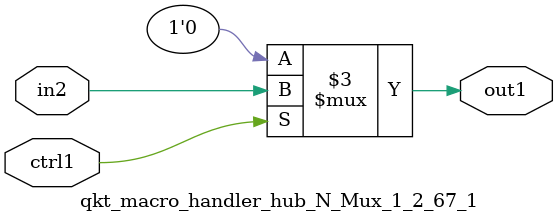
<source format=v>

`timescale 1ps / 1ps


module qkt_macro_handler_hub_N_Mux_1_2_67_1( in2, ctrl1, out1 );

    input in2;
    input ctrl1;
    output out1;
    reg out1;

    
    // rtl_process:qkt_macro_handler_hub_N_Mux_1_2_67_1/qkt_macro_handler_hub_N_Mux_1_2_67_1_thread_1
    always @*
      begin : qkt_macro_handler_hub_N_Mux_1_2_67_1_thread_1
        case (ctrl1) 
          1'b1: 
            begin
              out1 = in2;
            end
          default: 
            begin
              out1 = 1'b0;
            end
        endcase
      end

endmodule



</source>
